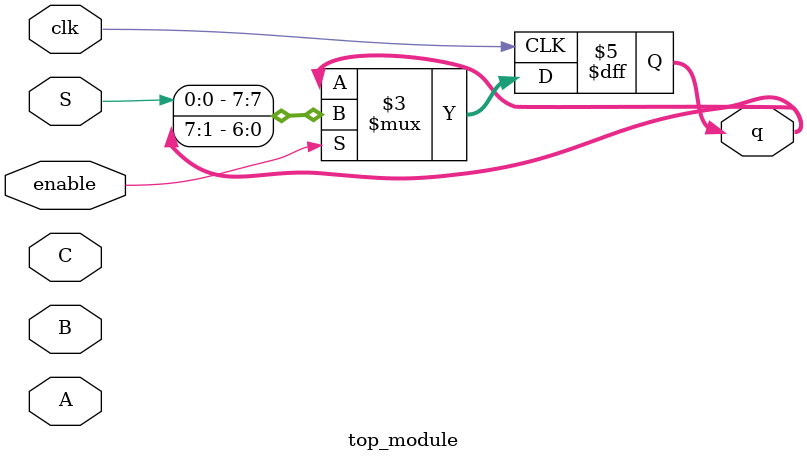
<source format=sv>
module top_module (
  input clk,
  input enable,
  input S,
  input A,
  input B,
  input C,
  output reg [7:0] q
);

  reg [2:0] addr;
  
  always @(posedge clk) begin
    if (enable) begin
      q <= {S, q[7:1]};
    end
    addr <= {A, B, C};
    Z <= q[addr];
  end

endmodule

</source>
